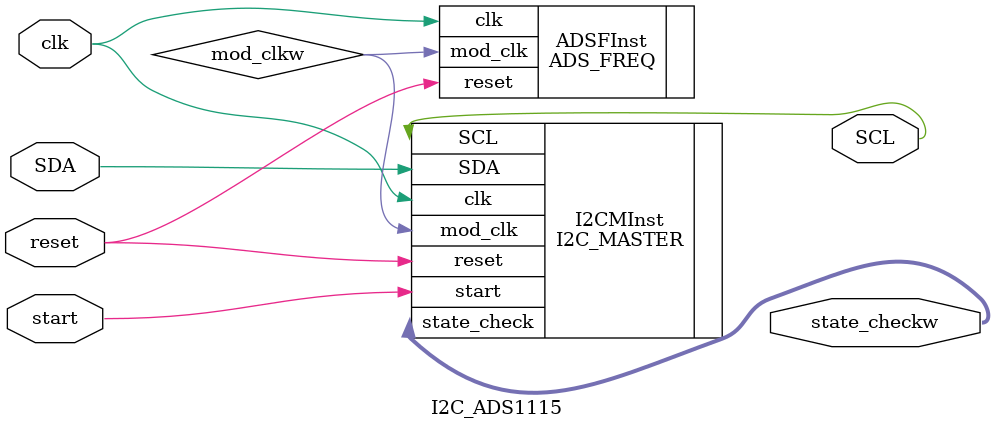
<source format=v>
/*
	This is the Top Module of the i2c controller for the ads1115. This doesnt use a PLL hence there's a frequency controller module(ADS_FREQ).
	
	This module is set to the constant slave address 0x48(the GND ADDR PIN CONNECTION) and is in constant conversion mode(ADDRESS POINT REGISTER P1=0 and P2=0)

	other possible slave ADDR PIN CONNECTION SLAVE ADDRESS
		GND 1001000(only one currently used)
		VDD 1001001
		SDA 1001010
		SCL 1001011
*/

module I2C_ADS1115( //Top Module
	input clk,
	input start,
	input wire reset,
	inout wire SDA,
	output SCL,
	output wire [3:0] state_checkw //DUT only, DO NOT CONNECT
	//output mod_clkw, //DUT only, genrated clock from the ADS freq module. Comment out and uncomment the other mod_clkw
	//output [2:0] mclk_counterW, //DUT only, do not connect
	//output [3:0] bit_counterW, //DUT only, do not connect
	//output [1:0] byte_countW //DUT only, do not connect
);
	
	//wire [15:0] converted_data; //sampled/converted data from the ads1115
	wire mod_clkw; //Comment In if not DUT

	ADS_FREQ ADSFInst(
		.clk(clk), //50MHz clk//User Input Baud controls
		.reset(reset),
		.mod_clk(mod_clkw) //clock with 
	);
	
	I2C_MASTER I2CMInst(
		.clk(clk),
		.mod_clk(mod_clkw),
		.start(start),
		.reset(reset),
		.SDA(SDA),
		.SCL(SCL),
		//.converted_data(converted_data),
		.state_check(state_checkw)
		//.mclk_counterW(mclk_counterW), //TBD for DUT
		//.bit_counterW(bit_counterW), //TBD for DUT
		//.byte_countW(byte_countW)    //TBD for DUT
	);

endmodule
</source>
